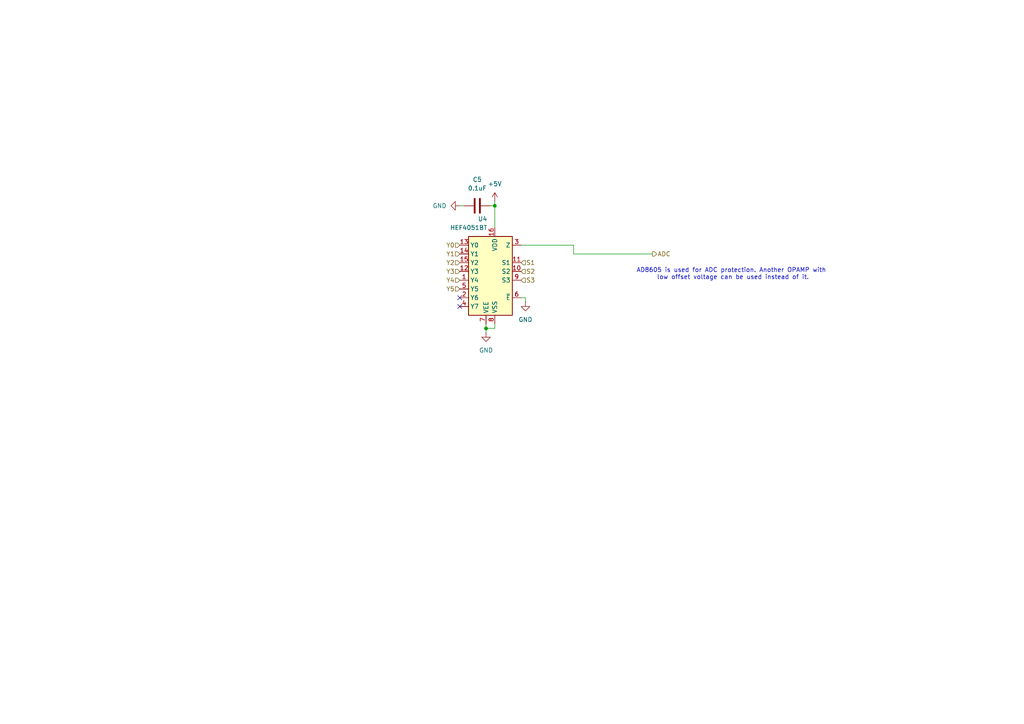
<source format=kicad_sch>
(kicad_sch (version 20250114) (generator "eeschema") (generator_version "9.0")
  (paper "A4")
  (lib_symbols
    (symbol "Analog_Switch:HEF4051BT"
      (property "Reference" "U" (at -5.08 11.684 0))
      (property "Value" "HEF4051BT" (at 1.27 11.684 0))
      (symbol "HEF4051BT_0_1"
        (rectangle (start -5.08 10.16) (end 7.62 -12.7) (stroke (width 0.254)) (fill (type background)))
      )
      (symbol "HEF4051BT_1_1"
        (pin passive line (at -7.62 7.62 0) (length 2.54) (name "Z") (number "3"))
        (pin input line (at -7.62 2.54 0) (length 2.54) (name "S1") (number "11"))
        (pin input line (at -7.62 0 0) (length 2.54) (name "S2") (number "10"))
        (pin input line (at -7.62 -2.54 0) (length 2.54) (name "S3") (number "9"))
        (pin input line (at -7.62 -7.62 0) (length 2.54) (name "~{E}") (number "6"))
        (pin power_in line (at 0 12.7 270) (length 2.54) (name "VDD") (number "16"))
        (pin power_in line (at 0 -15.24 90) (length 2.54) (name "VSS") (number "8"))
        (pin power_in line (at 2.54 -15.24 90) (length 2.54) (name "VEE") (number "7"))
        (pin passive line (at 10.16 7.62 180) (length 2.54) (name "Y0") (number "13"))
        (pin passive line (at 10.16 5.08 180) (length 2.54) (name "Y1") (number "14"))
        (pin passive line (at 10.16 2.54 180) (length 2.54) (name "Y2") (number "15"))
        (pin passive line (at 10.16 0 180) (length 2.54) (name "Y3") (number "12"))
        (pin passive line (at 10.16 -2.54 180) (length 2.54) (name "Y4") (number "1"))
        (pin passive line (at 10.16 -5.08 180) (length 2.54) (name "Y5") (number "5"))
        (pin passive line (at 10.16 -7.62 180) (length 2.54) (name "Y6") (number "2"))
        (pin passive line (at 10.16 -10.16 180) (length 2.54) (name "Y7") (number "4"))
      )
    )
    (symbol "Device:C" (pin_numbers (hide yes)) (pin_names (offset 0.254))
      (property "Reference" "C" (at 0.635 2.54 0))
      (property "Value" "C" (at 0.635 -2.54 0))
      (symbol "C_0_1"
        (polyline (pts (xy -2.032 0.762) (xy 2.032 0.762)) (stroke (width 0.508)))
        (polyline (pts (xy -2.032 -0.762) (xy 2.032 -0.762)) (stroke (width 0.508)))
      )
      (symbol "C_1_1"
        (pin passive line (at 0 3.81 270) (length 2.794) (name "~") (number "1"))
        (pin passive line (at 0 -3.81 90) (length 2.794) (name "~") (number "2"))
      )
    )
    (symbol "power:+5V" (power) (pin_numbers (hide yes)) (pin_names (offset 0) (hide yes))
      (property "Value" "+5V" (at 0 3.556 0))
      (symbol "+5V_0_1"
        (polyline (pts (xy -0.762 1.27) (xy 0 2.54)))
        (polyline (pts (xy 0 2.54) (xy 0.762 1.27)))
        (polyline (pts (xy 0 0) (xy 0 2.54)))
      )
      (symbol "+5V_1_1"
        (pin power_in line (at 0 0 90) (length 0) (name "~") (number "1"))
      )
    )
    (symbol "power:GND" (power) (pin_numbers (hide yes)) (pin_names (offset 0) (hide yes))
      (property "Value" "GND" (at 0 -3.81 0))
      (symbol "GND_0_1"
        (polyline (pts (xy 0 0) (xy 0 -1.27) (xy 1.27 -1.27) (xy 0 -2.54) (xy -1.27 -1.27) (xy 0 -1.27)))
      )
      (symbol "GND_1_1"
        (pin power_in line (at 0 0 270) (length 0) (name "~") (number "1"))
      )
    )
  )
  (text "AD8605 is used for ADC protection. Another OPAMP with \nlow offset voltage can be used instead of it." (at 212.598 79.502 0) (effects (font (size 1.27 1.27))))
  (junction (at 143.51 59.69))
  (junction (at 140.97 95.25))
  (no_connect (at 133.35 88.9))
  (no_connect (at 133.35 86.36))
  (wire (pts (xy 140.97 95.25) (xy 140.97 96.52)))
  (wire (pts (xy 151.13 86.36) (xy 152.4 86.36)))
  (wire (pts (xy 142.24 59.69) (xy 143.51 59.69)))
  (wire (pts (xy 151.13 71.12) (xy 166.37 71.12)))
  (wire (pts (xy 133.35 59.69) (xy 134.62 59.69)))
  (wire (pts (xy 143.51 58.42) (xy 143.51 59.69)))
  (wire (pts (xy 143.51 95.25) (xy 140.97 95.25)))
  (wire (pts (xy 143.51 59.69) (xy 143.51 66.04)))
  (wire (pts (xy 152.4 86.36) (xy 152.4 87.63)))
  (wire (pts (xy 166.37 73.66) (xy 166.37 71.12)))
  (wire (pts (xy 143.51 93.98) (xy 143.51 95.25)))
  (wire (pts (xy 166.37 73.66) (xy 189.23 73.66)))
  (wire (pts (xy 140.97 93.98) (xy 140.97 95.25)))
  (hierarchical_label "Y1" (shape input) (at 133.35 73.66 180))
  (hierarchical_label "Y5" (shape input) (at 133.35 83.82 180))
  (hierarchical_label "ADC" (shape output) (at 189.23 73.66 0))
  (hierarchical_label "S1" (shape input) (at 151.13 76.2 0))
  (hierarchical_label "Y2" (shape input) (at 133.35 76.2 180))
  (hierarchical_label "Y0" (shape input) (at 133.35 71.12 180))
  (hierarchical_label "Y4" (shape input) (at 133.35 81.28 180))
  (hierarchical_label "S3" (shape input) (at 151.13 81.28 0))
  (hierarchical_label "S2" (shape input) (at 151.13 78.74 0))
  (hierarchical_label "Y3" (shape input) (at 133.35 78.74 180))
  (symbol (lib_id "power:+5V") (at 143.51 58.42 0) (unit 1)
    (property "Reference" "#PWR020" (effects (hide yes)))
    (property "Value" "+5V" (at 143.51 53.34 0))
    (property "Description" "Power symbol creates a global label with name \"+5V\"" (effects (hide yes)))
  )
  (symbol (lib_id "power:GND") (at 133.35 59.69 270) (unit 1)
    (property "Reference" "#PWR019" (effects (hide yes)))
    (property "Value" "GND" (at 129.54 59.6899 90) (effects (justify right)))
    (property "Description" "Power symbol creates a global label with name \"GND\" , ground" (effects (hide yes)))
  )
  (symbol (lib_id "Device:C") (at 138.43 59.69 90) (unit 1)
    (property "Reference" "C5" (at 138.43 52.07 90))
    (property "Value" "0.1uF" (at 138.43 54.61 90))
    (property "Footprint" "Capacitor_SMD:C_0603_1608Metric" (effects (hide yes)))
    (property "Description" "Unpolarized capacitor" (effects (hide yes)))
  )
  (symbol (lib_id "power:GND") (at 152.4 87.63 0) (unit 1)
    (property "Reference" "#PWR021" (effects (hide yes)))
    (property "Value" "GND" (at 152.4 92.71 0))
    (property "Description" "Power symbol creates a global label with name \"GND\" , ground" (effects (hide yes)))
  )
  (symbol (lib_id "Analog_Switch:HEF4051BT") (at 143.51 78.74 0) (mirror y) (unit 1)
    (property "Reference" "U4" (at 141.3667 63.5 0) (effects (justify left)))
    (property "Value" "HEF4051BT" (at 141.3667 66.04 0) (effects (justify left)))
    (property "Footprint" "Package_SO:SOIC-16_3.9x9.9mm_P1.27mm" (effects (hide yes)))
    (property "Datasheet" "https://assets.nexperia.com/documents/data-sheet/HEF4051B.pdf" (effects (hide yes)))
    (property "Description" "8-channel analog multiplexer / demultiplexer, 3.0..15.0V supply voltage, SOIC-16" (effects (hide yes)))
  )
  (symbol (lib_id "power:GND") (at 140.97 96.52 0) (unit 1)
    (property "Reference" "#PWR024" (effects (hide yes)))
    (property "Value" "GND" (at 140.97 101.6 0))
    (property "Description" "Power symbol creates a global label with name \"GND\" , ground" (effects (hide yes)))
  )
)
</source>
